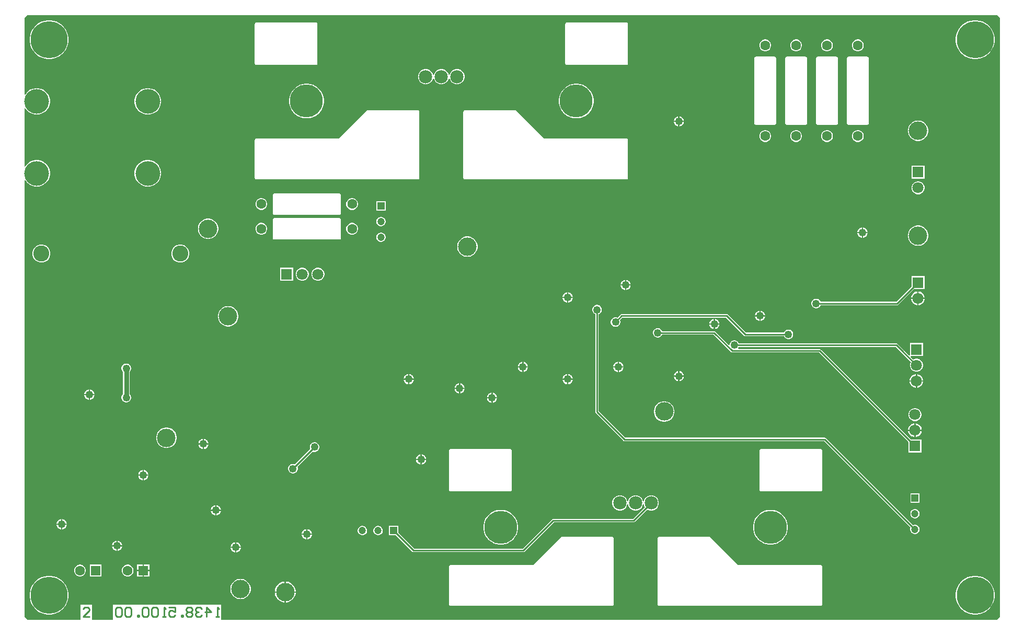
<source format=gbl>
G04*
G04 #@! TF.GenerationSoftware,Altium Limited,Altium Designer,23.6.0 (18)*
G04*
G04 Layer_Physical_Order=2*
G04 Layer_Color=16711680*
%FSLAX44Y44*%
%MOMM*%
G71*
G04*
G04 #@! TF.SameCoordinates,E2970A9F-EEAD-49D2-9432-5F25BFD95917*
G04*
G04*
G04 #@! TF.FilePolarity,Positive*
G04*
G01*
G75*
%ADD10C,0.2500*%
%ADD15C,0.2540*%
%ADD32C,1.6000*%
%ADD33C,5.3340*%
%ADD34C,2.1590*%
%ADD35R,1.6000X1.6000*%
%ADD36C,3.0000*%
%ADD37C,1.8000*%
%ADD38R,1.8000X1.8000*%
%ADD39C,2.6000*%
%ADD40C,6.0000*%
%ADD41C,4.0000*%
%ADD42R,1.8000X1.8000*%
%ADD43R,1.2000X1.2000*%
%ADD44C,1.2000*%
%ADD45R,1.2000X1.2000*%
%ADD46C,1.2500*%
%ADD47C,0.7500*%
G36*
X1590000Y985000D02*
Y15000D01*
X1585000Y10000D01*
X329788D01*
X329040Y10960D01*
X329040Y11270D01*
Y34275D01*
X153374D01*
Y11270D01*
X153374Y10960D01*
X152626Y10000D01*
X119945D01*
X119197Y10960D01*
X119197Y11270D01*
Y34275D01*
X100960D01*
Y11270D01*
X100960Y10960D01*
X100212Y10000D01*
X15000D01*
X10000Y15000D01*
Y722407D01*
X11270Y722792D01*
X13300Y719755D01*
X16295Y716760D01*
X19816Y714407D01*
X23729Y712786D01*
X27882Y711960D01*
X32118D01*
X36271Y712786D01*
X40184Y714407D01*
X43705Y716760D01*
X46700Y719755D01*
X49053Y723276D01*
X50674Y727189D01*
X51500Y731342D01*
Y735578D01*
X50674Y739731D01*
X49053Y743644D01*
X46700Y747165D01*
X43705Y750160D01*
X40184Y752513D01*
X36271Y754134D01*
X32118Y754960D01*
X27882D01*
X23729Y754134D01*
X19816Y752513D01*
X16295Y750160D01*
X13300Y747165D01*
X11270Y744128D01*
X10000Y744513D01*
Y838947D01*
X11270Y839332D01*
X13300Y836295D01*
X16295Y833300D01*
X19816Y830947D01*
X23729Y829326D01*
X27882Y828500D01*
X32118D01*
X36271Y829326D01*
X40184Y830947D01*
X43705Y833300D01*
X46700Y836295D01*
X49053Y839816D01*
X50674Y843729D01*
X51500Y847882D01*
Y852118D01*
X50674Y856271D01*
X49053Y860184D01*
X46700Y863705D01*
X43705Y866700D01*
X40184Y869053D01*
X36271Y870674D01*
X32118Y871500D01*
X27882D01*
X23729Y870674D01*
X19816Y869053D01*
X16295Y866700D01*
X13300Y863705D01*
X11270Y860668D01*
X10000Y861053D01*
Y985000D01*
X15000Y990000D01*
X1585000D01*
X1590000Y985000D01*
D02*
G37*
%LPC*%
G36*
X1361251Y950301D02*
X1358749D01*
X1356333Y949653D01*
X1354167Y948403D01*
X1352398Y946634D01*
X1351147Y944468D01*
X1350500Y942051D01*
Y939550D01*
X1351147Y937134D01*
X1352398Y934968D01*
X1354167Y933199D01*
X1356333Y931948D01*
X1358749Y931301D01*
X1361251D01*
X1363667Y931948D01*
X1365833Y933199D01*
X1367602Y934968D01*
X1368853Y937134D01*
X1369500Y939550D01*
Y942051D01*
X1368853Y944468D01*
X1367602Y946634D01*
X1365833Y948403D01*
X1363667Y949653D01*
X1361251Y950301D01*
D02*
G37*
G36*
X1311251D02*
X1308749D01*
X1306333Y949653D01*
X1304167Y948403D01*
X1302398Y946634D01*
X1301147Y944468D01*
X1300500Y942051D01*
Y939550D01*
X1301147Y937134D01*
X1302398Y934968D01*
X1304167Y933199D01*
X1306333Y931948D01*
X1308749Y931301D01*
X1311251D01*
X1313667Y931948D01*
X1315833Y933199D01*
X1317602Y934968D01*
X1318853Y937134D01*
X1319500Y939550D01*
Y942051D01*
X1318853Y944468D01*
X1317602Y946634D01*
X1315833Y948403D01*
X1313667Y949653D01*
X1311251Y950301D01*
D02*
G37*
G36*
X1261251D02*
X1258749D01*
X1256333Y949653D01*
X1254167Y948403D01*
X1252398Y946634D01*
X1251148Y944468D01*
X1250500Y942051D01*
Y939550D01*
X1251148Y937134D01*
X1252398Y934968D01*
X1254167Y933199D01*
X1256333Y931948D01*
X1258749Y931301D01*
X1261251D01*
X1263667Y931948D01*
X1265833Y933199D01*
X1267602Y934968D01*
X1268853Y937134D01*
X1269500Y939550D01*
Y942051D01*
X1268853Y944468D01*
X1267602Y946634D01*
X1265833Y948403D01*
X1263667Y949653D01*
X1261251Y950301D01*
D02*
G37*
G36*
X1211251D02*
X1208749D01*
X1206333Y949653D01*
X1204167Y948403D01*
X1202398Y946634D01*
X1201148Y944468D01*
X1200500Y942051D01*
Y939550D01*
X1201148Y937134D01*
X1202398Y934968D01*
X1204167Y933199D01*
X1206333Y931948D01*
X1208749Y931301D01*
X1211251D01*
X1213667Y931948D01*
X1215833Y933199D01*
X1217602Y934968D01*
X1218853Y937134D01*
X1219500Y939550D01*
Y942051D01*
X1218853Y944468D01*
X1217602Y946634D01*
X1215833Y948403D01*
X1213667Y949653D01*
X1211251Y950301D01*
D02*
G37*
G36*
X1552479Y981500D02*
X1547521D01*
X1542624Y980724D01*
X1537908Y979192D01*
X1533490Y976941D01*
X1529479Y974027D01*
X1525973Y970521D01*
X1523059Y966510D01*
X1520808Y962092D01*
X1519276Y957376D01*
X1518500Y952479D01*
Y947521D01*
X1519276Y942624D01*
X1520808Y937908D01*
X1523059Y933490D01*
X1525973Y929479D01*
X1529479Y925973D01*
X1533490Y923059D01*
X1537908Y920808D01*
X1542624Y919276D01*
X1547521Y918500D01*
X1552479D01*
X1557376Y919276D01*
X1562092Y920808D01*
X1566510Y923059D01*
X1570521Y925973D01*
X1574027Y929479D01*
X1576941Y933490D01*
X1579192Y937908D01*
X1580724Y942624D01*
X1581500Y947521D01*
Y952479D01*
X1580724Y957376D01*
X1579192Y962092D01*
X1576941Y966510D01*
X1574027Y970521D01*
X1570521Y974027D01*
X1566510Y976941D01*
X1562092Y979192D01*
X1557376Y980724D01*
X1552479Y981500D01*
D02*
G37*
G36*
X52479D02*
X47521D01*
X42624Y980724D01*
X37908Y979192D01*
X33490Y976941D01*
X29479Y974027D01*
X25973Y970521D01*
X23059Y966510D01*
X20808Y962092D01*
X19276Y957376D01*
X18500Y952479D01*
Y947521D01*
X19276Y942624D01*
X20808Y937908D01*
X23059Y933490D01*
X25973Y929479D01*
X29479Y925973D01*
X33490Y923059D01*
X37908Y920808D01*
X42624Y919276D01*
X47521Y918500D01*
X52479D01*
X57376Y919276D01*
X62092Y920808D01*
X66510Y923059D01*
X70521Y925973D01*
X74027Y929479D01*
X76941Y933490D01*
X79192Y937908D01*
X80724Y942624D01*
X81500Y947521D01*
Y952479D01*
X80724Y957376D01*
X79192Y962092D01*
X76941Y966510D01*
X74027Y970521D01*
X70521Y974027D01*
X66510Y976941D01*
X62092Y979192D01*
X57376Y980724D01*
X52479Y981500D01*
D02*
G37*
G36*
X985120Y977639D02*
X888600D01*
X887625Y977445D01*
X886798Y976892D01*
X886245Y976065D01*
X886051Y975090D01*
Y911590D01*
X886245Y910615D01*
X886798Y909788D01*
X887625Y909235D01*
X888600Y909041D01*
X985120D01*
X986095Y909235D01*
X986922Y909788D01*
X987475Y910615D01*
X987669Y911590D01*
Y975090D01*
X987475Y976065D01*
X986922Y976892D01*
X986095Y977445D01*
X985120Y977639D01*
D02*
G37*
G36*
X482200D02*
X385680D01*
X384705Y977445D01*
X383878Y976892D01*
X383325Y976065D01*
X383131Y975090D01*
Y911590D01*
X383325Y910615D01*
X383878Y909788D01*
X384705Y909235D01*
X385680Y909041D01*
X482200D01*
X483175Y909235D01*
X484002Y909788D01*
X484555Y910615D01*
X484749Y911590D01*
Y975090D01*
X484555Y976065D01*
X484002Y976892D01*
X483175Y977445D01*
X482200Y977639D01*
D02*
G37*
G36*
X712419Y902295D02*
X709181D01*
X706054Y901457D01*
X703251Y899838D01*
X700962Y897549D01*
X699343Y894746D01*
X698757Y892561D01*
X697443D01*
X696857Y894746D01*
X695238Y897549D01*
X692949Y899838D01*
X690146Y901457D01*
X687019Y902295D01*
X683781D01*
X680654Y901457D01*
X677851Y899838D01*
X675562Y897549D01*
X673943Y894746D01*
X673357Y892561D01*
X672043D01*
X671457Y894746D01*
X669838Y897549D01*
X667549Y899838D01*
X664746Y901457D01*
X661619Y902295D01*
X658381D01*
X655254Y901457D01*
X652451Y899838D01*
X650162Y897549D01*
X648543Y894746D01*
X647705Y891619D01*
Y888381D01*
X648543Y885254D01*
X650162Y882451D01*
X652451Y880162D01*
X655254Y878543D01*
X658381Y877705D01*
X661619D01*
X664746Y878543D01*
X667549Y880162D01*
X669838Y882451D01*
X671457Y885254D01*
X672043Y887439D01*
X673357D01*
X673943Y885254D01*
X675562Y882451D01*
X677851Y880162D01*
X680654Y878543D01*
X683781Y877705D01*
X687019D01*
X690146Y878543D01*
X692949Y880162D01*
X695238Y882451D01*
X696857Y885254D01*
X697443Y887439D01*
X698757D01*
X699343Y885254D01*
X700962Y882451D01*
X703251Y880162D01*
X706054Y878543D01*
X709181Y877705D01*
X712419D01*
X715546Y878543D01*
X718349Y880162D01*
X720638Y882451D01*
X722257Y885254D01*
X723095Y888381D01*
Y891619D01*
X722257Y894746D01*
X720638Y897549D01*
X718349Y899838D01*
X715546Y901457D01*
X712419Y902295D01*
D02*
G37*
G36*
X212118Y871500D02*
X207882D01*
X203729Y870674D01*
X199816Y869053D01*
X196295Y866700D01*
X193300Y863705D01*
X190947Y860184D01*
X189326Y856271D01*
X188500Y852118D01*
Y847882D01*
X189326Y843729D01*
X190947Y839816D01*
X193300Y836295D01*
X196295Y833300D01*
X199816Y830947D01*
X203729Y829326D01*
X207882Y828500D01*
X212118D01*
X216271Y829326D01*
X220184Y830947D01*
X223705Y833300D01*
X226700Y836295D01*
X229053Y839816D01*
X230674Y843729D01*
X231500Y847882D01*
Y852118D01*
X230674Y856271D01*
X229053Y860184D01*
X226700Y863705D01*
X223705Y866700D01*
X220184Y869053D01*
X216271Y870674D01*
X212118Y871500D01*
D02*
G37*
G36*
X906057Y878800D02*
X901623D01*
X897243Y878106D01*
X893027Y876736D01*
X889076Y874723D01*
X885489Y872117D01*
X882353Y868981D01*
X879747Y865394D01*
X877734Y861443D01*
X876364Y857226D01*
X875670Y852847D01*
Y848413D01*
X876364Y844034D01*
X877734Y839817D01*
X879747Y835866D01*
X882353Y832279D01*
X885489Y829143D01*
X889076Y826537D01*
X893027Y824524D01*
X897243Y823154D01*
X901623Y822460D01*
X906057D01*
X910436Y823154D01*
X914653Y824524D01*
X918604Y826537D01*
X922191Y829143D01*
X925327Y832279D01*
X927933Y835866D01*
X929946Y839817D01*
X931316Y844034D01*
X932010Y848413D01*
Y852847D01*
X931316Y857226D01*
X929946Y861443D01*
X927933Y865394D01*
X925327Y868981D01*
X922191Y872117D01*
X918604Y874723D01*
X914653Y876736D01*
X910436Y878106D01*
X906057Y878800D01*
D02*
G37*
G36*
X469177D02*
X464743D01*
X460364Y878106D01*
X456147Y876736D01*
X452196Y874723D01*
X448609Y872117D01*
X445473Y868981D01*
X442867Y865394D01*
X440854Y861443D01*
X439484Y857226D01*
X438790Y852847D01*
Y848413D01*
X439484Y844034D01*
X440854Y839817D01*
X442867Y835866D01*
X445473Y832279D01*
X448609Y829143D01*
X452196Y826537D01*
X456147Y824524D01*
X460364Y823154D01*
X464743Y822460D01*
X469177D01*
X473557Y823154D01*
X477774Y824524D01*
X481724Y826537D01*
X485312Y829143D01*
X488447Y832279D01*
X491053Y835866D01*
X493066Y839817D01*
X494436Y844034D01*
X495130Y848413D01*
Y852847D01*
X494436Y857226D01*
X493066Y861443D01*
X491053Y865394D01*
X488447Y868981D01*
X485312Y872117D01*
X481724Y874723D01*
X477774Y876736D01*
X473557Y878106D01*
X469177Y878800D01*
D02*
G37*
G36*
X1071086Y825750D02*
X1071000D01*
Y818500D01*
X1078250D01*
Y818586D01*
X1077688Y820684D01*
X1076602Y822566D01*
X1075066Y824102D01*
X1073184Y825188D01*
X1071086Y825750D01*
D02*
G37*
G36*
X1069000D02*
X1068914D01*
X1066816Y825188D01*
X1064934Y824102D01*
X1063398Y822566D01*
X1062312Y820684D01*
X1061750Y818586D01*
Y818500D01*
X1069000D01*
Y825750D01*
D02*
G37*
G36*
X1375000Y922350D02*
X1345000D01*
X1344025Y922156D01*
X1343198Y921603D01*
X1342645Y920776D01*
X1342451Y919801D01*
Y814801D01*
X1342645Y813825D01*
X1343198Y812998D01*
X1344025Y812446D01*
X1345000Y812252D01*
X1375000D01*
X1375975Y812446D01*
X1376802Y812998D01*
X1377355Y813825D01*
X1377549Y814801D01*
Y919801D01*
X1377355Y920776D01*
X1376802Y921603D01*
X1375975Y922156D01*
X1375000Y922350D01*
D02*
G37*
G36*
X1325000D02*
X1295000D01*
X1294025Y922156D01*
X1293198Y921603D01*
X1292645Y920776D01*
X1292451Y919801D01*
Y814801D01*
X1292645Y813825D01*
X1293198Y812998D01*
X1294025Y812446D01*
X1295000Y812252D01*
X1325000D01*
X1325975Y812446D01*
X1326802Y812998D01*
X1327355Y813825D01*
X1327549Y814801D01*
Y919801D01*
X1327355Y920776D01*
X1326802Y921603D01*
X1325975Y922156D01*
X1325000Y922350D01*
D02*
G37*
G36*
X1275000D02*
X1245000D01*
X1244025Y922156D01*
X1243198Y921603D01*
X1242645Y920776D01*
X1242451Y919801D01*
Y814801D01*
X1242645Y813825D01*
X1243198Y812998D01*
X1244025Y812446D01*
X1245000Y812252D01*
X1275000D01*
X1275975Y812446D01*
X1276802Y812998D01*
X1277355Y813825D01*
X1277549Y814801D01*
Y919801D01*
X1277355Y920776D01*
X1276802Y921603D01*
X1275975Y922156D01*
X1275000Y922350D01*
D02*
G37*
G36*
X1225000D02*
X1195000D01*
X1194025Y922156D01*
X1193198Y921603D01*
X1192645Y920776D01*
X1192451Y919801D01*
Y814801D01*
X1192645Y813825D01*
X1193198Y812998D01*
X1194025Y812446D01*
X1195000Y812252D01*
X1225000D01*
X1225975Y812446D01*
X1226802Y812998D01*
X1227355Y813825D01*
X1227549Y814801D01*
Y919801D01*
X1227355Y920776D01*
X1226802Y921603D01*
X1225975Y922156D01*
X1225000Y922350D01*
D02*
G37*
G36*
X1078250Y816500D02*
X1071000D01*
Y809250D01*
X1071086D01*
X1073184Y809812D01*
X1075066Y810898D01*
X1076602Y812434D01*
X1077688Y814316D01*
X1078250Y816414D01*
Y816500D01*
D02*
G37*
G36*
X1069000D02*
X1061750D01*
Y816414D01*
X1062312Y814316D01*
X1063398Y812434D01*
X1064934Y810898D01*
X1066816Y809812D01*
X1068914Y809250D01*
X1069000D01*
Y816500D01*
D02*
G37*
G36*
X1459125Y819000D02*
X1455875D01*
X1452687Y818366D01*
X1449684Y817122D01*
X1446982Y815316D01*
X1444684Y813018D01*
X1442878Y810316D01*
X1441634Y807313D01*
X1441000Y804125D01*
Y800875D01*
X1441634Y797687D01*
X1442878Y794684D01*
X1444684Y791982D01*
X1446982Y789684D01*
X1449684Y787878D01*
X1452687Y786634D01*
X1455875Y786000D01*
X1459125D01*
X1462313Y786634D01*
X1465316Y787878D01*
X1468018Y789684D01*
X1470316Y791982D01*
X1472122Y794684D01*
X1473366Y797687D01*
X1474000Y800875D01*
Y804125D01*
X1473366Y807313D01*
X1472122Y810316D01*
X1470316Y813018D01*
X1468018Y815316D01*
X1465316Y817122D01*
X1462313Y818366D01*
X1459125Y819000D01*
D02*
G37*
G36*
X1361251Y803301D02*
X1358749D01*
X1356333Y802653D01*
X1354167Y801403D01*
X1352398Y799634D01*
X1351147Y797468D01*
X1350500Y795051D01*
Y792550D01*
X1351147Y790134D01*
X1352398Y787968D01*
X1354167Y786199D01*
X1356333Y784948D01*
X1358749Y784301D01*
X1361251D01*
X1363667Y784948D01*
X1365833Y786199D01*
X1367602Y787968D01*
X1368853Y790134D01*
X1369500Y792550D01*
Y795051D01*
X1368853Y797468D01*
X1367602Y799634D01*
X1365833Y801403D01*
X1363667Y802653D01*
X1361251Y803301D01*
D02*
G37*
G36*
X1311251D02*
X1308749D01*
X1306333Y802653D01*
X1304167Y801403D01*
X1302398Y799634D01*
X1301147Y797468D01*
X1300500Y795051D01*
Y792550D01*
X1301147Y790134D01*
X1302398Y787968D01*
X1304167Y786199D01*
X1306333Y784948D01*
X1308749Y784301D01*
X1311251D01*
X1313667Y784948D01*
X1315833Y786199D01*
X1317602Y787968D01*
X1318853Y790134D01*
X1319500Y792550D01*
Y795051D01*
X1318853Y797468D01*
X1317602Y799634D01*
X1315833Y801403D01*
X1313667Y802653D01*
X1311251Y803301D01*
D02*
G37*
G36*
X1261251D02*
X1258749D01*
X1256333Y802653D01*
X1254167Y801403D01*
X1252398Y799634D01*
X1251148Y797468D01*
X1250500Y795051D01*
Y792550D01*
X1251148Y790134D01*
X1252398Y787968D01*
X1254167Y786199D01*
X1256333Y784948D01*
X1258749Y784301D01*
X1261251D01*
X1263667Y784948D01*
X1265833Y786199D01*
X1267602Y787968D01*
X1268853Y790134D01*
X1269500Y792550D01*
Y795051D01*
X1268853Y797468D01*
X1267602Y799634D01*
X1265833Y801403D01*
X1263667Y802653D01*
X1261251Y803301D01*
D02*
G37*
G36*
X1211251D02*
X1208749D01*
X1206333Y802653D01*
X1204167Y801403D01*
X1202398Y799634D01*
X1201148Y797468D01*
X1200500Y795051D01*
Y792550D01*
X1201148Y790134D01*
X1202398Y787968D01*
X1204167Y786199D01*
X1206333Y784948D01*
X1208749Y784301D01*
X1211251D01*
X1213667Y784948D01*
X1215833Y786199D01*
X1217602Y787968D01*
X1218853Y790134D01*
X1219500Y792550D01*
Y795051D01*
X1218853Y797468D01*
X1217602Y799634D01*
X1215833Y801403D01*
X1213667Y802653D01*
X1211251Y803301D01*
D02*
G37*
G36*
X1468000Y745900D02*
X1447000D01*
Y724900D01*
X1468000D01*
Y745900D01*
D02*
G37*
G36*
X804780Y835399D02*
X723500D01*
X722525Y835205D01*
X721698Y834652D01*
X721145Y833825D01*
X720951Y832850D01*
Y726170D01*
X721145Y725195D01*
X721698Y724368D01*
X722525Y723815D01*
X723500Y723621D01*
X985120D01*
X986095Y723815D01*
X986922Y724368D01*
X987475Y725195D01*
X987669Y726170D01*
Y787130D01*
X987475Y788105D01*
X986922Y788932D01*
X986095Y789485D01*
X985120Y789679D01*
X851556D01*
X806582Y834652D01*
X805755Y835205D01*
X804780Y835399D01*
D02*
G37*
G36*
X647300D02*
X566020D01*
X565045Y835205D01*
X564218Y834652D01*
X519244Y789679D01*
X385680D01*
X384705Y789485D01*
X383878Y788932D01*
X383325Y788105D01*
X383131Y787130D01*
Y726170D01*
X383325Y725195D01*
X383878Y724368D01*
X384705Y723815D01*
X385680Y723621D01*
X647300D01*
X648275Y723815D01*
X649102Y724368D01*
X649655Y725195D01*
X649849Y726170D01*
Y832850D01*
X649655Y833825D01*
X649102Y834652D01*
X648275Y835205D01*
X647300Y835399D01*
D02*
G37*
G36*
X212118Y754960D02*
X207882D01*
X203729Y754134D01*
X199816Y752513D01*
X196295Y750160D01*
X193300Y747165D01*
X190947Y743644D01*
X189326Y739731D01*
X188500Y735578D01*
Y731342D01*
X189326Y727189D01*
X190947Y723276D01*
X193300Y719755D01*
X196295Y716760D01*
X199816Y714407D01*
X203729Y712786D01*
X207882Y711960D01*
X212118D01*
X216271Y712786D01*
X220184Y714407D01*
X223705Y716760D01*
X226700Y719755D01*
X229053Y723276D01*
X230674Y727189D01*
X231500Y731342D01*
Y735578D01*
X230674Y739731D01*
X229053Y743644D01*
X226700Y747165D01*
X223705Y750160D01*
X220184Y752513D01*
X216271Y754134D01*
X212118Y754960D01*
D02*
G37*
G36*
X1458882Y720500D02*
X1456118D01*
X1453447Y719784D01*
X1451053Y718402D01*
X1449098Y716447D01*
X1447716Y714053D01*
X1447000Y711382D01*
Y708618D01*
X1447716Y705947D01*
X1449098Y703553D01*
X1451053Y701598D01*
X1453447Y700216D01*
X1456118Y699500D01*
X1458882D01*
X1461553Y700216D01*
X1463947Y701598D01*
X1465902Y703553D01*
X1467284Y705947D01*
X1468000Y708618D01*
Y711382D01*
X1467284Y714053D01*
X1465902Y716447D01*
X1463947Y718402D01*
X1461553Y719784D01*
X1458882Y720500D01*
D02*
G37*
G36*
X542051Y693098D02*
X539550D01*
X537134Y692451D01*
X534968Y691200D01*
X533199Y689431D01*
X531948Y687265D01*
X531301Y684849D01*
Y682347D01*
X531948Y679931D01*
X533199Y677765D01*
X534968Y675996D01*
X537134Y674745D01*
X539550Y674098D01*
X542051D01*
X544468Y674745D01*
X546634Y675996D01*
X548403Y677765D01*
X549653Y679931D01*
X550301Y682347D01*
Y684849D01*
X549653Y687265D01*
X548403Y689431D01*
X546634Y691200D01*
X544468Y692451D01*
X542051Y693098D01*
D02*
G37*
G36*
X395051D02*
X392550D01*
X390134Y692451D01*
X387968Y691200D01*
X386199Y689431D01*
X384948Y687265D01*
X384301Y684849D01*
Y682347D01*
X384948Y679931D01*
X386199Y677765D01*
X387968Y675996D01*
X390134Y674745D01*
X392550Y674098D01*
X395051D01*
X397468Y674745D01*
X399634Y675996D01*
X401403Y677765D01*
X402653Y679931D01*
X403301Y682347D01*
Y684849D01*
X402653Y687265D01*
X401403Y689431D01*
X399634Y691200D01*
X397468Y692451D01*
X395051Y693098D01*
D02*
G37*
G36*
X595000Y688300D02*
X580000D01*
Y673300D01*
X595000D01*
Y688300D01*
D02*
G37*
G36*
X519801Y701147D02*
X414801D01*
X413825Y700953D01*
X412998Y700400D01*
X412446Y699574D01*
X412252Y698598D01*
Y668598D01*
X412446Y667623D01*
X412998Y666796D01*
X413825Y666243D01*
X414801Y666049D01*
X519801D01*
X520776Y666243D01*
X521603Y666796D01*
X522156Y667623D01*
X522350Y668598D01*
Y698598D01*
X522156Y699574D01*
X521603Y700400D01*
X520776Y700953D01*
X519801Y701147D01*
D02*
G37*
G36*
X588487Y662900D02*
X586513D01*
X584605Y662389D01*
X582895Y661402D01*
X581498Y660005D01*
X580511Y658295D01*
X580000Y656387D01*
Y654413D01*
X580511Y652505D01*
X581498Y650795D01*
X582895Y649398D01*
X584605Y648411D01*
X586513Y647900D01*
X588487D01*
X590395Y648411D01*
X592105Y649398D01*
X593502Y650795D01*
X594489Y652505D01*
X595000Y654413D01*
Y656387D01*
X594489Y658295D01*
X593502Y660005D01*
X592105Y661402D01*
X590395Y662389D01*
X588487Y662900D01*
D02*
G37*
G36*
X1368688Y645750D02*
X1368602D01*
Y638500D01*
X1375852D01*
Y638586D01*
X1375290Y640684D01*
X1374203Y642566D01*
X1372668Y644102D01*
X1370786Y645188D01*
X1368688Y645750D01*
D02*
G37*
G36*
X1366602D02*
X1366516D01*
X1364418Y645188D01*
X1362536Y644102D01*
X1361000Y642566D01*
X1359914Y640684D01*
X1359352Y638586D01*
Y638500D01*
X1366602D01*
Y645750D01*
D02*
G37*
G36*
X542051Y653098D02*
X539550D01*
X537134Y652451D01*
X534968Y651200D01*
X533199Y649431D01*
X531948Y647265D01*
X531301Y644849D01*
Y642347D01*
X531948Y639931D01*
X533199Y637765D01*
X534968Y635996D01*
X537134Y634745D01*
X539550Y634098D01*
X542051D01*
X544468Y634745D01*
X546634Y635996D01*
X548403Y637765D01*
X549653Y639931D01*
X550301Y642347D01*
Y644849D01*
X549653Y647265D01*
X548403Y649431D01*
X546634Y651200D01*
X544468Y652451D01*
X542051Y653098D01*
D02*
G37*
G36*
X395051D02*
X392550D01*
X390134Y652451D01*
X387968Y651200D01*
X386199Y649431D01*
X384948Y647265D01*
X384301Y644849D01*
Y642347D01*
X384948Y639931D01*
X386199Y637765D01*
X387968Y635996D01*
X390134Y634745D01*
X392550Y634098D01*
X395051D01*
X397468Y634745D01*
X399634Y635996D01*
X401403Y637765D01*
X402653Y639931D01*
X403301Y642347D01*
Y644849D01*
X402653Y647265D01*
X401403Y649431D01*
X399634Y651200D01*
X397468Y652451D01*
X395051Y653098D01*
D02*
G37*
G36*
X1375852Y636500D02*
X1368602D01*
Y629250D01*
X1368688D01*
X1370786Y629812D01*
X1372668Y630898D01*
X1374203Y632434D01*
X1375290Y634316D01*
X1375852Y636414D01*
Y636500D01*
D02*
G37*
G36*
X1366602D02*
X1359352D01*
Y636414D01*
X1359914Y634316D01*
X1361000Y632434D01*
X1362536Y630898D01*
X1364418Y629812D01*
X1366516Y629250D01*
X1366602D01*
Y636500D01*
D02*
G37*
G36*
X309125Y660098D02*
X305875D01*
X302687Y659464D01*
X299684Y658220D01*
X296982Y656414D01*
X294684Y654116D01*
X292878Y651414D01*
X291634Y648411D01*
X291000Y645223D01*
Y641973D01*
X291634Y638785D01*
X292878Y635782D01*
X294684Y633080D01*
X296982Y630782D01*
X299684Y628976D01*
X302687Y627732D01*
X305875Y627098D01*
X309125D01*
X312313Y627732D01*
X315316Y628976D01*
X318018Y630782D01*
X320316Y633080D01*
X322122Y635782D01*
X323366Y638785D01*
X324000Y641973D01*
Y645223D01*
X323366Y648411D01*
X322122Y651414D01*
X320316Y654116D01*
X318018Y656414D01*
X315316Y658220D01*
X312313Y659464D01*
X309125Y660098D01*
D02*
G37*
G36*
X519801Y661147D02*
X414801D01*
X413825Y660953D01*
X412998Y660400D01*
X412446Y659574D01*
X412252Y658598D01*
Y628598D01*
X412446Y627623D01*
X412998Y626796D01*
X413825Y626243D01*
X414801Y626049D01*
X519801D01*
X520776Y626243D01*
X521603Y626796D01*
X522156Y627623D01*
X522350Y628598D01*
Y658598D01*
X522156Y659574D01*
X521603Y660400D01*
X520776Y660953D01*
X519801Y661147D01*
D02*
G37*
G36*
X588437Y637500D02*
X586463D01*
X584555Y636989D01*
X582845Y636002D01*
X581449Y634605D01*
X580461Y632895D01*
X579950Y630987D01*
Y629013D01*
X580461Y627105D01*
X581449Y625395D01*
X582845Y623998D01*
X584555Y623011D01*
X586463Y622500D01*
X588437D01*
X590345Y623011D01*
X592055Y623998D01*
X593451Y625395D01*
X594439Y627105D01*
X594950Y629013D01*
Y630987D01*
X594439Y632895D01*
X593451Y634605D01*
X592055Y636002D01*
X590345Y636989D01*
X588437Y637500D01*
D02*
G37*
G36*
X1459125Y649000D02*
X1455875D01*
X1452687Y648366D01*
X1449684Y647122D01*
X1446982Y645316D01*
X1444684Y643018D01*
X1442878Y640316D01*
X1441634Y637313D01*
X1441000Y634125D01*
Y630875D01*
X1441634Y627687D01*
X1442878Y624684D01*
X1444684Y621982D01*
X1446982Y619684D01*
X1449684Y617878D01*
X1452687Y616634D01*
X1455875Y616000D01*
X1459125D01*
X1462313Y616634D01*
X1465316Y617878D01*
X1468018Y619684D01*
X1470316Y621982D01*
X1472122Y624684D01*
X1473366Y627687D01*
X1474000Y630875D01*
Y634125D01*
X1473366Y637313D01*
X1472122Y640316D01*
X1470316Y643018D01*
X1468018Y645316D01*
X1465316Y647122D01*
X1462313Y648366D01*
X1459125Y649000D01*
D02*
G37*
G36*
X729125Y631109D02*
X725875D01*
X722687Y630475D01*
X719684Y629231D01*
X716982Y627426D01*
X714684Y625127D01*
X712878Y622425D01*
X711634Y619422D01*
X711000Y616234D01*
Y612984D01*
X711634Y609796D01*
X712878Y606794D01*
X714684Y604091D01*
X716982Y601793D01*
X719684Y599987D01*
X722687Y598743D01*
X725875Y598109D01*
X729125D01*
X732313Y598743D01*
X735316Y599987D01*
X738018Y601793D01*
X740316Y604091D01*
X742122Y606794D01*
X743366Y609796D01*
X744000Y612984D01*
Y616234D01*
X743366Y619422D01*
X742122Y622425D01*
X740316Y625127D01*
X738018Y627426D01*
X735316Y629231D01*
X732313Y630475D01*
X729125Y631109D01*
D02*
G37*
G36*
X264409Y617960D02*
X260591D01*
X256903Y616972D01*
X253597Y615063D01*
X250897Y612363D01*
X248988Y609057D01*
X248000Y605369D01*
Y601551D01*
X248988Y597863D01*
X250897Y594557D01*
X253597Y591857D01*
X256903Y589948D01*
X260591Y588960D01*
X264409D01*
X268097Y589948D01*
X271403Y591857D01*
X274103Y594557D01*
X276012Y597863D01*
X277000Y601551D01*
Y605369D01*
X276012Y609057D01*
X274103Y612363D01*
X271403Y615063D01*
X268097Y616972D01*
X264409Y617960D01*
D02*
G37*
G36*
X39409D02*
X35591D01*
X31903Y616972D01*
X28597Y615063D01*
X25897Y612363D01*
X23988Y609057D01*
X23000Y605369D01*
Y601551D01*
X23988Y597863D01*
X25897Y594557D01*
X28597Y591857D01*
X31903Y589948D01*
X35591Y588960D01*
X39409D01*
X43097Y589948D01*
X46403Y591857D01*
X49103Y594557D01*
X51012Y597863D01*
X52000Y601551D01*
Y605369D01*
X51012Y609057D01*
X49103Y612363D01*
X46403Y615063D01*
X43097Y616972D01*
X39409Y617960D01*
D02*
G37*
G36*
X486782Y580500D02*
X484018D01*
X481347Y579784D01*
X478953Y578402D01*
X476998Y576447D01*
X475616Y574053D01*
X474900Y571382D01*
Y568618D01*
X475616Y565947D01*
X476998Y563553D01*
X478953Y561598D01*
X481347Y560216D01*
X484018Y559500D01*
X486782D01*
X489453Y560216D01*
X491847Y561598D01*
X493802Y563553D01*
X495184Y565947D01*
X495900Y568618D01*
Y571382D01*
X495184Y574053D01*
X493802Y576447D01*
X491847Y578402D01*
X489453Y579784D01*
X486782Y580500D01*
D02*
G37*
G36*
X461382D02*
X458618D01*
X455947Y579784D01*
X453553Y578402D01*
X451598Y576447D01*
X450216Y574053D01*
X449500Y571382D01*
Y568618D01*
X450216Y565947D01*
X451598Y563553D01*
X453553Y561598D01*
X455947Y560216D01*
X458618Y559500D01*
X461382D01*
X464053Y560216D01*
X466447Y561598D01*
X468402Y563553D01*
X469784Y565947D01*
X470500Y568618D01*
Y571382D01*
X469784Y574053D01*
X468402Y576447D01*
X466447Y578402D01*
X464053Y579784D01*
X461382Y580500D01*
D02*
G37*
G36*
X445100D02*
X424100D01*
Y559500D01*
X445100D01*
Y580500D01*
D02*
G37*
G36*
X984805Y560750D02*
X984719D01*
Y553500D01*
X991969D01*
Y553586D01*
X991407Y555684D01*
X990321Y557566D01*
X988785Y559102D01*
X986904Y560188D01*
X984805Y560750D01*
D02*
G37*
G36*
X982719D02*
X982633D01*
X980535Y560188D01*
X978653Y559102D01*
X977117Y557566D01*
X976031Y555684D01*
X975469Y553586D01*
Y553500D01*
X982719D01*
Y560750D01*
D02*
G37*
G36*
X991969Y551500D02*
X984719D01*
Y544250D01*
X984805D01*
X986904Y544812D01*
X988785Y545898D01*
X990321Y547434D01*
X991407Y549316D01*
X991969Y551414D01*
Y551500D01*
D02*
G37*
G36*
X982719D02*
X975469D01*
Y551414D01*
X976031Y549316D01*
X977117Y547434D01*
X978653Y545898D01*
X980535Y544812D01*
X982633Y544250D01*
X982719D01*
Y551500D01*
D02*
G37*
G36*
X891086Y540750D02*
X891000D01*
Y533500D01*
X898250D01*
Y533586D01*
X897688Y535684D01*
X896602Y537566D01*
X895066Y539102D01*
X893184Y540188D01*
X891086Y540750D01*
D02*
G37*
G36*
X889000D02*
X888914D01*
X886816Y540188D01*
X884934Y539102D01*
X883398Y537566D01*
X882312Y535684D01*
X881750Y533586D01*
Y533500D01*
X889000D01*
Y540750D01*
D02*
G37*
G36*
X1458948Y542100D02*
X1458500D01*
Y532100D01*
X1468500D01*
Y532548D01*
X1467750Y535346D01*
X1466302Y537854D01*
X1464254Y539902D01*
X1461746Y541350D01*
X1458948Y542100D01*
D02*
G37*
G36*
X1456500D02*
X1456052D01*
X1453254Y541350D01*
X1450746Y539902D01*
X1448698Y537854D01*
X1447250Y535346D01*
X1446500Y532548D01*
Y532100D01*
X1456500D01*
Y542100D01*
D02*
G37*
G36*
X1468000Y567000D02*
X1447000D01*
Y549965D01*
X1422339Y525304D01*
X1299772D01*
X1299722Y525491D01*
X1298702Y527259D01*
X1297259Y528702D01*
X1295491Y529722D01*
X1293520Y530250D01*
X1291480D01*
X1289509Y529722D01*
X1287741Y528702D01*
X1286299Y527259D01*
X1285278Y525491D01*
X1284750Y523520D01*
Y521480D01*
X1285278Y519509D01*
X1286299Y517741D01*
X1287741Y516298D01*
X1289509Y515278D01*
X1291480Y514750D01*
X1293520D01*
X1295491Y515278D01*
X1297259Y516298D01*
X1298702Y517741D01*
X1299722Y519509D01*
X1299772Y519696D01*
X1423500D01*
X1424573Y519910D01*
X1425483Y520517D01*
X1450965Y546000D01*
X1468000D01*
Y567000D01*
D02*
G37*
G36*
X898250Y531500D02*
X891000D01*
Y524250D01*
X891086D01*
X893184Y524812D01*
X895066Y525898D01*
X896602Y527434D01*
X897688Y529316D01*
X898250Y531414D01*
Y531500D01*
D02*
G37*
G36*
X889000D02*
X881750D01*
Y531414D01*
X882312Y529316D01*
X883398Y527434D01*
X884934Y525898D01*
X886816Y524812D01*
X888914Y524250D01*
X889000D01*
Y531500D01*
D02*
G37*
G36*
X1468500Y530100D02*
X1458500D01*
Y520100D01*
X1458948D01*
X1461746Y520850D01*
X1464254Y522298D01*
X1466302Y524346D01*
X1467750Y526854D01*
X1468500Y529652D01*
Y530100D01*
D02*
G37*
G36*
X1456500D02*
X1446500D01*
Y529652D01*
X1447250Y526854D01*
X1448698Y524346D01*
X1450746Y522298D01*
X1453254Y520850D01*
X1456052Y520100D01*
X1456500D01*
Y530100D01*
D02*
G37*
G36*
X1202484Y510750D02*
X1202398D01*
Y503500D01*
X1209648D01*
Y503586D01*
X1209085Y505684D01*
X1207999Y507566D01*
X1206463Y509102D01*
X1204582Y510188D01*
X1202484Y510750D01*
D02*
G37*
G36*
X1200398D02*
X1200312D01*
X1198213Y510188D01*
X1196332Y509102D01*
X1194796Y507566D01*
X1193710Y505684D01*
X1193148Y503586D01*
Y503500D01*
X1200398D01*
Y510750D01*
D02*
G37*
G36*
X1147500Y505304D02*
X977500D01*
X976427Y505090D01*
X975517Y504483D01*
X970659Y499625D01*
X970491Y499722D01*
X968520Y500250D01*
X966480D01*
X964509Y499722D01*
X962741Y498702D01*
X961299Y497259D01*
X960278Y495491D01*
X959750Y493520D01*
Y491480D01*
X960278Y489509D01*
X961299Y487741D01*
X962741Y486298D01*
X964509Y485278D01*
X966480Y484750D01*
X968520D01*
X970491Y485278D01*
X972259Y486298D01*
X973701Y487741D01*
X974722Y489509D01*
X975250Y491480D01*
Y493520D01*
X974722Y495491D01*
X974625Y495659D01*
X978661Y499696D01*
X1146339D01*
X1175517Y470517D01*
X1176427Y469910D01*
X1177500Y469696D01*
X1240228D01*
X1240278Y469509D01*
X1241299Y467741D01*
X1242741Y466298D01*
X1244509Y465278D01*
X1246480Y464750D01*
X1248520D01*
X1250491Y465278D01*
X1252259Y466298D01*
X1253701Y467741D01*
X1254722Y469509D01*
X1255250Y471480D01*
Y473520D01*
X1254722Y475491D01*
X1253701Y477259D01*
X1252259Y478702D01*
X1250491Y479722D01*
X1248520Y480250D01*
X1246480D01*
X1244509Y479722D01*
X1242741Y478702D01*
X1241299Y477259D01*
X1240278Y475491D01*
X1240228Y475304D01*
X1178661D01*
X1149483Y504483D01*
X1148573Y505090D01*
X1147500Y505304D01*
D02*
G37*
G36*
X1209648Y501500D02*
X1202398D01*
Y494250D01*
X1202484D01*
X1204582Y494812D01*
X1206463Y495898D01*
X1207999Y497434D01*
X1209085Y499316D01*
X1209648Y501414D01*
Y501500D01*
D02*
G37*
G36*
X1200398D02*
X1193148D01*
Y501414D01*
X1193710Y499316D01*
X1194796Y497434D01*
X1196332Y495898D01*
X1198213Y494812D01*
X1200312Y494250D01*
X1200398D01*
Y501500D01*
D02*
G37*
G36*
X1128586Y497759D02*
X1128500D01*
Y490509D01*
X1135750D01*
Y490595D01*
X1135188Y492693D01*
X1134102Y494574D01*
X1132566Y496110D01*
X1130684Y497196D01*
X1128586Y497759D01*
D02*
G37*
G36*
X1126500D02*
X1126414D01*
X1124316Y497196D01*
X1122434Y496110D01*
X1120898Y494574D01*
X1119812Y492693D01*
X1119250Y490595D01*
Y490509D01*
X1126500D01*
Y497759D01*
D02*
G37*
G36*
X341625Y518285D02*
X338375D01*
X335187Y517651D01*
X332184Y516408D01*
X329482Y514602D01*
X327184Y512304D01*
X325378Y509601D01*
X324134Y506598D01*
X323500Y503411D01*
Y500160D01*
X324134Y496973D01*
X325378Y493970D01*
X327184Y491267D01*
X329482Y488969D01*
X332184Y487163D01*
X335187Y485920D01*
X338375Y485285D01*
X341625D01*
X344813Y485920D01*
X347816Y487163D01*
X350518Y488969D01*
X352816Y491267D01*
X354622Y493970D01*
X355866Y496973D01*
X356500Y500160D01*
Y503411D01*
X355866Y506598D01*
X354622Y509601D01*
X352816Y512304D01*
X350518Y514602D01*
X347816Y516408D01*
X344813Y517651D01*
X341625Y518285D01*
D02*
G37*
G36*
X1135750Y488509D02*
X1128500D01*
Y481259D01*
X1128586D01*
X1130684Y481821D01*
X1132566Y482907D01*
X1134102Y484443D01*
X1135188Y486324D01*
X1135750Y488423D01*
Y488509D01*
D02*
G37*
G36*
X1126500D02*
X1119250D01*
Y488423D01*
X1119812Y486324D01*
X1120898Y484443D01*
X1122434Y482907D01*
X1124316Y481821D01*
X1126414Y481259D01*
X1126500D01*
Y488509D01*
D02*
G37*
G36*
X973345Y428250D02*
X973259D01*
Y421000D01*
X980509D01*
Y421086D01*
X979946Y423184D01*
X978860Y425066D01*
X977324Y426602D01*
X975443Y427688D01*
X973345Y428250D01*
D02*
G37*
G36*
X971259D02*
X971172D01*
X969074Y427688D01*
X967193Y426602D01*
X965657Y425066D01*
X964571Y423184D01*
X964009Y421086D01*
Y421000D01*
X971259D01*
Y428250D01*
D02*
G37*
G36*
X818586D02*
X818500D01*
Y421000D01*
X825750D01*
Y421086D01*
X825188Y423184D01*
X824102Y425066D01*
X822566Y426602D01*
X820684Y427688D01*
X818586Y428250D01*
D02*
G37*
G36*
X816500D02*
X816414D01*
X814316Y427688D01*
X812434Y426602D01*
X810898Y425066D01*
X809812Y423184D01*
X809250Y421086D01*
Y421000D01*
X816500D01*
Y428250D01*
D02*
G37*
G36*
X1036752Y482750D02*
X1034712D01*
X1032740Y482222D01*
X1030973Y481202D01*
X1029530Y479759D01*
X1028510Y477991D01*
X1027982Y476020D01*
Y473980D01*
X1028510Y472009D01*
X1029530Y470241D01*
X1030973Y468798D01*
X1032740Y467778D01*
X1034712Y467250D01*
X1036752D01*
X1038723Y467778D01*
X1040490Y468798D01*
X1041933Y470241D01*
X1042954Y472009D01*
X1043004Y472196D01*
X1126111D01*
X1154289Y444017D01*
X1155199Y443410D01*
X1156272Y443196D01*
X1297039D01*
X1442000Y298235D01*
Y281200D01*
X1463000D01*
Y302200D01*
X1445965D01*
X1300183Y447983D01*
X1299273Y448590D01*
X1298200Y448804D01*
X1166423D01*
X1165937Y449977D01*
X1166201Y450241D01*
X1167222Y452009D01*
X1167272Y452196D01*
X1421339D01*
X1428017Y445517D01*
X1428017Y445517D01*
X1445862Y427673D01*
X1445216Y426553D01*
X1444500Y423882D01*
Y421118D01*
X1445216Y418447D01*
X1446598Y416053D01*
X1448553Y414098D01*
X1450947Y412716D01*
X1453618Y412000D01*
X1456382D01*
X1459053Y412716D01*
X1461447Y414098D01*
X1463402Y416053D01*
X1464784Y418447D01*
X1465500Y421118D01*
Y423882D01*
X1464784Y426553D01*
X1463402Y428947D01*
X1461447Y430902D01*
X1459053Y432284D01*
X1456382Y433000D01*
X1453618D01*
X1450947Y432284D01*
X1449827Y431638D01*
X1445335Y436130D01*
X1445861Y437400D01*
X1465500D01*
Y458400D01*
X1444500D01*
Y438761D01*
X1443230Y438235D01*
X1431983Y449482D01*
X1431983Y449483D01*
X1424483Y456983D01*
X1423573Y457590D01*
X1422500Y457804D01*
X1167272D01*
X1167222Y457991D01*
X1166201Y459759D01*
X1164759Y461202D01*
X1162991Y462222D01*
X1161020Y462750D01*
X1158980D01*
X1157009Y462222D01*
X1155241Y461202D01*
X1153799Y459759D01*
X1152778Y457991D01*
X1152250Y456020D01*
Y455647D01*
X1151077Y455161D01*
X1129255Y476983D01*
X1128345Y477590D01*
X1127272Y477804D01*
X1043004D01*
X1042954Y477991D01*
X1041933Y479759D01*
X1040490Y481202D01*
X1038723Y482222D01*
X1036752Y482750D01*
D02*
G37*
G36*
X980509Y419000D02*
X973259D01*
Y411750D01*
X973345D01*
X975443Y412312D01*
X977324Y413398D01*
X978860Y414934D01*
X979946Y416816D01*
X980509Y418914D01*
Y419000D01*
D02*
G37*
G36*
X971259D02*
X964009D01*
Y418914D01*
X964571Y416816D01*
X965657Y414934D01*
X967193Y413398D01*
X969074Y412312D01*
X971172Y411750D01*
X971259D01*
Y419000D01*
D02*
G37*
G36*
X825750D02*
X818500D01*
Y411750D01*
X818586D01*
X820684Y412312D01*
X822566Y413398D01*
X824102Y414934D01*
X825188Y416816D01*
X825750Y418914D01*
Y419000D01*
D02*
G37*
G36*
X816500D02*
X809250D01*
Y418914D01*
X809812Y416816D01*
X810898Y414934D01*
X812434Y413398D01*
X814316Y412312D01*
X816414Y411750D01*
X816500D01*
Y419000D01*
D02*
G37*
G36*
X1071086Y413250D02*
X1071000D01*
Y406000D01*
X1078250D01*
Y406086D01*
X1077688Y408184D01*
X1076602Y410066D01*
X1075066Y411602D01*
X1073184Y412688D01*
X1071086Y413250D01*
D02*
G37*
G36*
X1069000D02*
X1068914D01*
X1066816Y412688D01*
X1064934Y411602D01*
X1063398Y410066D01*
X1062312Y408184D01*
X1061750Y406086D01*
Y406000D01*
X1069000D01*
Y413250D01*
D02*
G37*
G36*
X891086Y408250D02*
X891000D01*
Y401000D01*
X898250D01*
Y401086D01*
X897688Y403184D01*
X896602Y405066D01*
X895066Y406602D01*
X893184Y407688D01*
X891086Y408250D01*
D02*
G37*
G36*
X889000D02*
X888914D01*
X886816Y407688D01*
X884934Y406602D01*
X883398Y405066D01*
X882312Y403184D01*
X881750Y401086D01*
Y401000D01*
X889000D01*
Y408250D01*
D02*
G37*
G36*
X633481D02*
X633395D01*
Y401000D01*
X640645D01*
Y401086D01*
X640083Y403184D01*
X638997Y405066D01*
X637461Y406602D01*
X635579Y407688D01*
X633481Y408250D01*
D02*
G37*
G36*
X631395D02*
X631309D01*
X629211Y407688D01*
X627329Y406602D01*
X625793Y405066D01*
X624707Y403184D01*
X624145Y401086D01*
Y401000D01*
X631395D01*
Y408250D01*
D02*
G37*
G36*
X1456448Y408100D02*
X1456000D01*
Y398100D01*
X1466000D01*
Y398548D01*
X1465250Y401346D01*
X1463802Y403854D01*
X1461754Y405902D01*
X1459246Y407350D01*
X1456448Y408100D01*
D02*
G37*
G36*
X1454000D02*
X1453552D01*
X1450754Y407350D01*
X1448246Y405902D01*
X1446198Y403854D01*
X1444750Y401346D01*
X1444000Y398548D01*
Y398100D01*
X1454000D01*
Y408100D01*
D02*
G37*
G36*
X1078250Y404000D02*
X1071000D01*
Y396750D01*
X1071086D01*
X1073184Y397312D01*
X1075066Y398398D01*
X1076602Y399934D01*
X1077688Y401816D01*
X1078250Y403914D01*
Y404000D01*
D02*
G37*
G36*
X1069000D02*
X1061750D01*
Y403914D01*
X1062312Y401816D01*
X1063398Y399934D01*
X1064934Y398398D01*
X1066816Y397312D01*
X1068914Y396750D01*
X1069000D01*
Y404000D01*
D02*
G37*
G36*
X898250Y399000D02*
X891000D01*
Y391750D01*
X891086D01*
X893184Y392312D01*
X895066Y393398D01*
X896602Y394934D01*
X897688Y396816D01*
X898250Y398914D01*
Y399000D01*
D02*
G37*
G36*
X889000D02*
X881750D01*
Y398914D01*
X882312Y396816D01*
X883398Y394934D01*
X884934Y393398D01*
X886816Y392312D01*
X888914Y391750D01*
X889000D01*
Y399000D01*
D02*
G37*
G36*
X640645D02*
X633395D01*
Y391750D01*
X633481D01*
X635579Y392312D01*
X637461Y393398D01*
X638997Y394934D01*
X640083Y396816D01*
X640645Y398914D01*
Y399000D01*
D02*
G37*
G36*
X631395D02*
X624145D01*
Y398914D01*
X624707Y396816D01*
X625793Y394934D01*
X627329Y393398D01*
X629211Y392312D01*
X631309Y391750D01*
X631395D01*
Y399000D01*
D02*
G37*
G36*
X1466000Y396100D02*
X1456000D01*
Y386100D01*
X1456448D01*
X1459246Y386850D01*
X1461754Y388298D01*
X1463802Y390346D01*
X1465250Y392854D01*
X1466000Y395652D01*
Y396100D01*
D02*
G37*
G36*
X1454000D02*
X1444000D01*
Y395652D01*
X1444750Y392854D01*
X1446198Y390346D01*
X1448246Y388298D01*
X1450754Y386850D01*
X1453552Y386100D01*
X1454000D01*
Y396100D01*
D02*
G37*
G36*
X716086Y393250D02*
X716000D01*
Y386000D01*
X723250D01*
Y386086D01*
X722688Y388184D01*
X721602Y390066D01*
X720066Y391602D01*
X718184Y392688D01*
X716086Y393250D01*
D02*
G37*
G36*
X714000D02*
X713914D01*
X711816Y392688D01*
X709934Y391602D01*
X708398Y390066D01*
X707312Y388184D01*
X706750Y386086D01*
Y386000D01*
X714000D01*
Y393250D01*
D02*
G37*
G36*
X723250Y384000D02*
X716000D01*
Y376750D01*
X716086D01*
X718184Y377312D01*
X720066Y378398D01*
X721602Y379934D01*
X722688Y381816D01*
X723250Y383914D01*
Y384000D01*
D02*
G37*
G36*
X714000D02*
X706750D01*
Y383914D01*
X707312Y381816D01*
X708398Y379934D01*
X709934Y378398D01*
X711816Y377312D01*
X713914Y376750D01*
X714000D01*
Y384000D01*
D02*
G37*
G36*
X116458Y383250D02*
X116372D01*
Y376000D01*
X123622D01*
Y376086D01*
X123060Y378184D01*
X121974Y380066D01*
X120438Y381602D01*
X118556Y382688D01*
X116458Y383250D01*
D02*
G37*
G36*
X114372D02*
X114286D01*
X112188Y382688D01*
X110306Y381602D01*
X108770Y380066D01*
X107684Y378184D01*
X107122Y376086D01*
Y376000D01*
X114372D01*
Y383250D01*
D02*
G37*
G36*
X768586Y378250D02*
X768500D01*
Y371000D01*
X775750D01*
Y371086D01*
X775188Y373184D01*
X774102Y375066D01*
X772566Y376602D01*
X770684Y377688D01*
X768586Y378250D01*
D02*
G37*
G36*
X766500D02*
X766414D01*
X764316Y377688D01*
X762434Y376602D01*
X760898Y375066D01*
X759812Y373184D01*
X759250Y371086D01*
Y371000D01*
X766500D01*
Y378250D01*
D02*
G37*
G36*
X123622Y374000D02*
X116372D01*
Y366750D01*
X116458D01*
X118556Y367312D01*
X120438Y368398D01*
X121974Y369934D01*
X123060Y371816D01*
X123622Y373914D01*
Y374000D01*
D02*
G37*
G36*
X114372D02*
X107122D01*
Y373914D01*
X107684Y371816D01*
X108770Y369934D01*
X110306Y368398D01*
X112188Y367312D01*
X114286Y366750D01*
X114372D01*
Y374000D01*
D02*
G37*
G36*
X176020Y425250D02*
X173980D01*
X172009Y424722D01*
X170241Y423702D01*
X168799Y422259D01*
X167778Y420491D01*
X167250Y418520D01*
Y416480D01*
X167778Y414509D01*
X168799Y412741D01*
X169647Y411893D01*
Y375607D01*
X168799Y374759D01*
X167778Y372991D01*
X167250Y371020D01*
Y368980D01*
X167778Y367009D01*
X168799Y365241D01*
X170241Y363798D01*
X172009Y362778D01*
X173980Y362250D01*
X176020D01*
X177991Y362778D01*
X179759Y363798D01*
X181201Y365241D01*
X182222Y367009D01*
X182750Y368980D01*
Y371020D01*
X182222Y372991D01*
X181201Y374759D01*
X180353Y375607D01*
Y411893D01*
X181201Y412741D01*
X182222Y414509D01*
X182750Y416480D01*
Y418520D01*
X182222Y420491D01*
X181201Y422259D01*
X179759Y423702D01*
X177991Y424722D01*
X176020Y425250D01*
D02*
G37*
G36*
X775750Y369000D02*
X768500D01*
Y361750D01*
X768586D01*
X770684Y362312D01*
X772566Y363398D01*
X774102Y364934D01*
X775188Y366816D01*
X775750Y368914D01*
Y369000D01*
D02*
G37*
G36*
X766500D02*
X759250D01*
Y368914D01*
X759812Y366816D01*
X760898Y364934D01*
X762434Y363398D01*
X764316Y362312D01*
X766414Y361750D01*
X766500D01*
Y369000D01*
D02*
G37*
G36*
X1453882Y353000D02*
X1451118D01*
X1448447Y352284D01*
X1446053Y350902D01*
X1444098Y348947D01*
X1442716Y346553D01*
X1442000Y343882D01*
Y341118D01*
X1442716Y338447D01*
X1444098Y336053D01*
X1446053Y334098D01*
X1448447Y332716D01*
X1451118Y332000D01*
X1453882D01*
X1456553Y332716D01*
X1458947Y334098D01*
X1460902Y336053D01*
X1462284Y338447D01*
X1463000Y341118D01*
Y343882D01*
X1462284Y346553D01*
X1460902Y348947D01*
X1458947Y350902D01*
X1456553Y352284D01*
X1453882Y353000D01*
D02*
G37*
G36*
X1047875Y364000D02*
X1044625D01*
X1041437Y363366D01*
X1038434Y362122D01*
X1035732Y360316D01*
X1033434Y358018D01*
X1031628Y355316D01*
X1030384Y352313D01*
X1029750Y349125D01*
Y345875D01*
X1030384Y342687D01*
X1031628Y339684D01*
X1033434Y336982D01*
X1035732Y334684D01*
X1038434Y332878D01*
X1041437Y331634D01*
X1044625Y331000D01*
X1047875D01*
X1051063Y331634D01*
X1054066Y332878D01*
X1056768Y334684D01*
X1059066Y336982D01*
X1060872Y339684D01*
X1062116Y342687D01*
X1062750Y345875D01*
Y349125D01*
X1062116Y352313D01*
X1060872Y355316D01*
X1059066Y358018D01*
X1056768Y360316D01*
X1054066Y362122D01*
X1051063Y363366D01*
X1047875Y364000D01*
D02*
G37*
G36*
X1453948Y328100D02*
X1453500D01*
Y318100D01*
X1463500D01*
Y318548D01*
X1462750Y321346D01*
X1461302Y323854D01*
X1459254Y325902D01*
X1456746Y327350D01*
X1453948Y328100D01*
D02*
G37*
G36*
X1451500D02*
X1451052D01*
X1448254Y327350D01*
X1445746Y325902D01*
X1443698Y323854D01*
X1442250Y321346D01*
X1441500Y318548D01*
Y318100D01*
X1451500D01*
Y328100D01*
D02*
G37*
G36*
X1463500Y316100D02*
X1453500D01*
Y306100D01*
X1453948D01*
X1456746Y306850D01*
X1459254Y308298D01*
X1461302Y310346D01*
X1462750Y312854D01*
X1463500Y315652D01*
Y316100D01*
D02*
G37*
G36*
X1451500D02*
X1441500D01*
Y315652D01*
X1442250Y312854D01*
X1443698Y310346D01*
X1445746Y308298D01*
X1448254Y306850D01*
X1451052Y306100D01*
X1451500D01*
Y316100D01*
D02*
G37*
G36*
X301172Y303250D02*
X301085D01*
Y296000D01*
X308335D01*
Y296086D01*
X307773Y298184D01*
X306687Y300066D01*
X305151Y301602D01*
X303270Y302688D01*
X301172Y303250D01*
D02*
G37*
G36*
X299086D02*
X298999D01*
X296901Y302688D01*
X295020Y301602D01*
X293484Y300066D01*
X292398Y298184D01*
X291835Y296086D01*
Y296000D01*
X299086D01*
Y303250D01*
D02*
G37*
G36*
X241668Y321500D02*
X238418D01*
X235230Y320866D01*
X232227Y319622D01*
X229525Y317816D01*
X227227Y315518D01*
X225421Y312816D01*
X224177Y309813D01*
X223543Y306625D01*
Y303375D01*
X224177Y300187D01*
X225421Y297184D01*
X227227Y294482D01*
X229525Y292184D01*
X232227Y290378D01*
X235230Y289134D01*
X238418Y288500D01*
X241668D01*
X244856Y289134D01*
X247859Y290378D01*
X250561Y292184D01*
X252859Y294482D01*
X254665Y297184D01*
X255909Y300187D01*
X256543Y303375D01*
Y306625D01*
X255909Y309813D01*
X254665Y312816D01*
X252859Y315518D01*
X250561Y317816D01*
X247859Y319622D01*
X244856Y320866D01*
X241668Y321500D01*
D02*
G37*
G36*
X308335Y294000D02*
X301085D01*
Y286750D01*
X301172D01*
X303270Y287312D01*
X305151Y288398D01*
X306687Y289934D01*
X307773Y291816D01*
X308335Y293914D01*
Y294000D01*
D02*
G37*
G36*
X299086D02*
X291835D01*
Y293914D01*
X292398Y291816D01*
X293484Y289934D01*
X295020Y288398D01*
X296901Y287312D01*
X298999Y286750D01*
X299086D01*
Y294000D01*
D02*
G37*
G36*
X481020Y297750D02*
X478980D01*
X477009Y297222D01*
X475241Y296201D01*
X473798Y294759D01*
X472778Y292991D01*
X472250Y291020D01*
Y288980D01*
X472778Y287009D01*
X472875Y286840D01*
X448159Y262125D01*
X447991Y262222D01*
X446020Y262750D01*
X443980D01*
X442009Y262222D01*
X440241Y261201D01*
X438798Y259759D01*
X437778Y257991D01*
X437250Y256020D01*
Y253980D01*
X437778Y252009D01*
X438798Y250241D01*
X440241Y248799D01*
X442009Y247778D01*
X443980Y247250D01*
X446020D01*
X447991Y247778D01*
X449759Y248799D01*
X451202Y250241D01*
X452222Y252009D01*
X452750Y253980D01*
Y256020D01*
X452222Y257991D01*
X452125Y258160D01*
X476841Y282875D01*
X477009Y282778D01*
X478980Y282250D01*
X481020D01*
X482991Y282778D01*
X484759Y283799D01*
X486202Y285241D01*
X487222Y287009D01*
X487750Y288980D01*
Y291020D01*
X487222Y292991D01*
X486202Y294759D01*
X484759Y296201D01*
X482991Y297222D01*
X481020Y297750D01*
D02*
G37*
G36*
X653586Y278250D02*
X653500D01*
Y271000D01*
X660750D01*
Y271086D01*
X660188Y273184D01*
X659102Y275066D01*
X657566Y276602D01*
X655684Y277688D01*
X653586Y278250D01*
D02*
G37*
G36*
X651500D02*
X651414D01*
X649316Y277688D01*
X647434Y276602D01*
X645898Y275066D01*
X644812Y273184D01*
X644250Y271086D01*
Y271000D01*
X651500D01*
Y278250D01*
D02*
G37*
G36*
X660750Y269000D02*
X653500D01*
Y261750D01*
X653586D01*
X655684Y262312D01*
X657566Y263398D01*
X659102Y264934D01*
X660188Y266816D01*
X660750Y268914D01*
Y269000D01*
D02*
G37*
G36*
X651500D02*
X644250D01*
Y268914D01*
X644812Y266816D01*
X645898Y264934D01*
X647434Y263398D01*
X649316Y262312D01*
X651414Y261750D01*
X651500D01*
Y269000D01*
D02*
G37*
G36*
X203786Y252654D02*
X203700D01*
Y245404D01*
X210950D01*
Y245490D01*
X210388Y247589D01*
X209302Y249470D01*
X207766Y251006D01*
X205884Y252092D01*
X203786Y252654D01*
D02*
G37*
G36*
X201700D02*
X201614D01*
X199516Y252092D01*
X197634Y251006D01*
X196098Y249470D01*
X195012Y247589D01*
X194450Y245490D01*
Y245404D01*
X201700D01*
Y252654D01*
D02*
G37*
G36*
X210950Y243404D02*
X203700D01*
Y236154D01*
X203786D01*
X205884Y236717D01*
X207766Y237803D01*
X209302Y239339D01*
X210388Y241220D01*
X210950Y243318D01*
Y243404D01*
D02*
G37*
G36*
X201700D02*
X194450D01*
Y243318D01*
X195012Y241220D01*
X196098Y239339D01*
X197634Y237803D01*
X199516Y236717D01*
X201614Y236154D01*
X201700D01*
Y243404D01*
D02*
G37*
G36*
X1299720Y287009D02*
X1203200D01*
X1202225Y286815D01*
X1201398Y286262D01*
X1200845Y285435D01*
X1200651Y284460D01*
Y220960D01*
X1200845Y219985D01*
X1201398Y219158D01*
X1202225Y218605D01*
X1203200Y218411D01*
X1299720D01*
X1300695Y218605D01*
X1301522Y219158D01*
X1302075Y219985D01*
X1302269Y220960D01*
Y284460D01*
X1302075Y285435D01*
X1301522Y286262D01*
X1300695Y286815D01*
X1299720Y287009D01*
D02*
G37*
G36*
X796800D02*
X700280D01*
X699305Y286815D01*
X698478Y286262D01*
X697925Y285435D01*
X697731Y284460D01*
Y220960D01*
X697925Y219985D01*
X698478Y219158D01*
X699305Y218605D01*
X700280Y218411D01*
X796800D01*
X797775Y218605D01*
X798602Y219158D01*
X799155Y219985D01*
X799349Y220960D01*
Y284460D01*
X799155Y285435D01*
X798602Y286262D01*
X797775Y286815D01*
X796800Y287009D01*
D02*
G37*
G36*
X1027019Y211665D02*
X1023781D01*
X1020654Y210827D01*
X1017851Y209208D01*
X1015562Y206919D01*
X1013943Y204116D01*
X1013357Y201931D01*
X1012043D01*
X1011457Y204116D01*
X1009838Y206919D01*
X1007549Y209208D01*
X1004746Y210827D01*
X1001619Y211665D01*
X998381D01*
X995254Y210827D01*
X992451Y209208D01*
X990162Y206919D01*
X988543Y204116D01*
X987957Y201931D01*
X986643D01*
X986057Y204116D01*
X984438Y206919D01*
X982149Y209208D01*
X979346Y210827D01*
X976219Y211665D01*
X972981D01*
X969854Y210827D01*
X967051Y209208D01*
X964762Y206919D01*
X963143Y204116D01*
X962305Y200989D01*
Y197751D01*
X963143Y194624D01*
X964762Y191821D01*
X967051Y189532D01*
X969854Y187913D01*
X972981Y187075D01*
X976219D01*
X979346Y187913D01*
X982149Y189532D01*
X984438Y191821D01*
X986057Y194624D01*
X986643Y196809D01*
X987957D01*
X988543Y194624D01*
X990162Y191821D01*
X992451Y189532D01*
X995254Y187913D01*
X998381Y187075D01*
X1001619D01*
X1004746Y187913D01*
X1007549Y189532D01*
X1009838Y191821D01*
X1011457Y194624D01*
X1012043Y196809D01*
X1013357D01*
X1013943Y194624D01*
X1014948Y192883D01*
X995682Y173617D01*
X866433D01*
X865361Y173404D01*
X864451Y172796D01*
X816959Y125304D01*
X641642D01*
X615800Y151146D01*
Y162181D01*
X600800D01*
Y147181D01*
X611835D01*
X638498Y120517D01*
X639408Y119910D01*
X640481Y119696D01*
X818120D01*
X819193Y119910D01*
X820103Y120517D01*
X867595Y168010D01*
X996843D01*
X997916Y168223D01*
X998826Y168831D01*
X1018913Y188918D01*
X1020654Y187913D01*
X1023781Y187075D01*
X1027019D01*
X1030146Y187913D01*
X1032949Y189532D01*
X1035238Y191821D01*
X1036857Y194624D01*
X1037695Y197751D01*
Y200989D01*
X1036857Y204116D01*
X1035238Y206919D01*
X1032949Y209208D01*
X1030146Y210827D01*
X1027019Y211665D01*
D02*
G37*
G36*
X1460000Y215000D02*
X1445000D01*
Y200000D01*
X1460000D01*
Y215000D01*
D02*
G37*
G36*
X321086Y195750D02*
X321000D01*
Y188500D01*
X328250D01*
Y188586D01*
X327688Y190684D01*
X326602Y192566D01*
X325066Y194102D01*
X323184Y195188D01*
X321086Y195750D01*
D02*
G37*
G36*
X319000D02*
X318914D01*
X316816Y195188D01*
X314934Y194102D01*
X313398Y192566D01*
X312312Y190684D01*
X311750Y188586D01*
Y188500D01*
X319000D01*
Y195750D01*
D02*
G37*
G36*
X328250Y186500D02*
X321000D01*
Y179250D01*
X321086D01*
X323184Y179812D01*
X325066Y180898D01*
X326602Y182434D01*
X327688Y184316D01*
X328250Y186414D01*
Y186500D01*
D02*
G37*
G36*
X319000D02*
X311750D01*
Y186414D01*
X312312Y184316D01*
X313398Y182434D01*
X314934Y180898D01*
X316816Y179812D01*
X318914Y179250D01*
X319000D01*
Y186500D01*
D02*
G37*
G36*
X1453487Y189600D02*
X1451513D01*
X1449605Y189089D01*
X1447895Y188102D01*
X1446499Y186705D01*
X1445511Y184995D01*
X1445000Y183087D01*
Y181113D01*
X1445511Y179205D01*
X1446499Y177495D01*
X1447895Y176098D01*
X1449605Y175111D01*
X1451513Y174600D01*
X1453487D01*
X1455395Y175111D01*
X1457105Y176098D01*
X1458501Y177495D01*
X1459489Y179205D01*
X1460000Y181113D01*
Y183087D01*
X1459489Y184995D01*
X1458501Y186705D01*
X1457105Y188102D01*
X1455395Y189089D01*
X1453487Y189600D01*
D02*
G37*
G36*
X71607Y173250D02*
X71521D01*
Y166000D01*
X78771D01*
Y166086D01*
X78209Y168184D01*
X77123Y170066D01*
X75587Y171602D01*
X73705Y172688D01*
X71607Y173250D01*
D02*
G37*
G36*
X69521D02*
X69435D01*
X67337Y172688D01*
X65455Y171602D01*
X63919Y170066D01*
X62833Y168184D01*
X62271Y166086D01*
Y166000D01*
X69521D01*
Y173250D01*
D02*
G37*
G36*
X78771Y164000D02*
X71521D01*
Y156750D01*
X71607D01*
X73705Y157312D01*
X75587Y158398D01*
X77123Y159934D01*
X78209Y161816D01*
X78771Y163914D01*
Y164000D01*
D02*
G37*
G36*
X69521D02*
X62271D01*
Y163914D01*
X62833Y161816D01*
X63919Y159934D01*
X65455Y158398D01*
X67337Y157312D01*
X69435Y156750D01*
X69521D01*
Y164000D01*
D02*
G37*
G36*
X468586Y156930D02*
X468500D01*
Y149679D01*
X475750D01*
Y149766D01*
X475188Y151864D01*
X474102Y153745D01*
X472566Y155281D01*
X470684Y156367D01*
X468586Y156930D01*
D02*
G37*
G36*
X466500D02*
X466414D01*
X464316Y156367D01*
X462434Y155281D01*
X460898Y153745D01*
X459812Y151864D01*
X459250Y149766D01*
Y149679D01*
X466500D01*
Y156930D01*
D02*
G37*
G36*
X938520Y520250D02*
X936480D01*
X934509Y519722D01*
X932741Y518702D01*
X931299Y517259D01*
X930278Y515491D01*
X929750Y513520D01*
Y511480D01*
X930278Y509509D01*
X931299Y507741D01*
X932741Y506298D01*
X934509Y505278D01*
X934696Y505228D01*
Y346900D01*
X934910Y345827D01*
X935517Y344917D01*
X979917Y300517D01*
X980827Y299910D01*
X981900Y299696D01*
X1305489D01*
X1445508Y159677D01*
X1445461Y159595D01*
X1444950Y157687D01*
Y155713D01*
X1445461Y153805D01*
X1446449Y152095D01*
X1447845Y150698D01*
X1449555Y149711D01*
X1451463Y149200D01*
X1453437D01*
X1455345Y149711D01*
X1457055Y150698D01*
X1458452Y152095D01*
X1459439Y153805D01*
X1459950Y155713D01*
Y157687D01*
X1459439Y159595D01*
X1458452Y161305D01*
X1457055Y162701D01*
X1455345Y163689D01*
X1453437Y164200D01*
X1451463D01*
X1449555Y163689D01*
X1449474Y163642D01*
X1308633Y304483D01*
X1307723Y305090D01*
X1306650Y305304D01*
X983061D01*
X940304Y348061D01*
Y505228D01*
X940491Y505278D01*
X942259Y506298D01*
X943701Y507741D01*
X944722Y509509D01*
X945250Y511480D01*
Y513520D01*
X944722Y515491D01*
X943701Y517259D01*
X942259Y518702D01*
X940491Y519722D01*
X938520Y520250D01*
D02*
G37*
G36*
X558487Y162231D02*
X556513D01*
X554605Y161720D01*
X552895Y160732D01*
X551498Y159336D01*
X550511Y157626D01*
X550000Y155718D01*
Y153744D01*
X550511Y151836D01*
X551498Y150126D01*
X552895Y148729D01*
X554605Y147742D01*
X556513Y147231D01*
X558487D01*
X560395Y147742D01*
X562105Y148729D01*
X563502Y150126D01*
X564489Y151836D01*
X565000Y153744D01*
Y155718D01*
X564489Y157626D01*
X563502Y159336D01*
X562105Y160732D01*
X560395Y161720D01*
X558487Y162231D01*
D02*
G37*
G36*
X583887Y162181D02*
X581913D01*
X580005Y161670D01*
X578295Y160683D01*
X576898Y159286D01*
X575911Y157576D01*
X575400Y155668D01*
Y153694D01*
X575911Y151786D01*
X576898Y150076D01*
X578295Y148680D01*
X580005Y147692D01*
X581913Y147181D01*
X583887D01*
X585795Y147692D01*
X587505Y148680D01*
X588901Y150076D01*
X589889Y151786D01*
X590400Y153694D01*
Y155668D01*
X589889Y157576D01*
X588901Y159286D01*
X587505Y160683D01*
X585795Y161670D01*
X583887Y162181D01*
D02*
G37*
G36*
X475750Y147680D02*
X468500D01*
Y140429D01*
X468586D01*
X470684Y140992D01*
X472566Y142078D01*
X474102Y143614D01*
X475188Y145495D01*
X475750Y147593D01*
Y147680D01*
D02*
G37*
G36*
X466500D02*
X459250D01*
Y147593D01*
X459812Y145495D01*
X460898Y143614D01*
X462434Y142078D01*
X464316Y140992D01*
X466414Y140429D01*
X466500D01*
Y147680D01*
D02*
G37*
G36*
X1220657Y188170D02*
X1216223D01*
X1211843Y187476D01*
X1207626Y186106D01*
X1203676Y184093D01*
X1200089Y181487D01*
X1196953Y178351D01*
X1194347Y174764D01*
X1192334Y170814D01*
X1190964Y166597D01*
X1190270Y162217D01*
Y157783D01*
X1190964Y153404D01*
X1192334Y149186D01*
X1194347Y145236D01*
X1196953Y141649D01*
X1200089Y138513D01*
X1203676Y135907D01*
X1207626Y133894D01*
X1211843Y132524D01*
X1216223Y131830D01*
X1220657D01*
X1225036Y132524D01*
X1229253Y133894D01*
X1233204Y135907D01*
X1236792Y138513D01*
X1239927Y141649D01*
X1242533Y145236D01*
X1244546Y149186D01*
X1245916Y153404D01*
X1246610Y157783D01*
Y162217D01*
X1245916Y166597D01*
X1244546Y170814D01*
X1242533Y174764D01*
X1239927Y178351D01*
X1236792Y181487D01*
X1233204Y184093D01*
X1229253Y186106D01*
X1225036Y187476D01*
X1220657Y188170D01*
D02*
G37*
G36*
X783777D02*
X779343D01*
X774964Y187476D01*
X770747Y186106D01*
X766796Y184093D01*
X763208Y181487D01*
X760073Y178351D01*
X757467Y174764D01*
X755454Y170814D01*
X754084Y166597D01*
X753390Y162217D01*
Y157783D01*
X754084Y153404D01*
X755454Y149186D01*
X757467Y145236D01*
X760073Y141649D01*
X763208Y138513D01*
X766796Y135907D01*
X770747Y133894D01*
X774964Y132524D01*
X779343Y131830D01*
X783777D01*
X788157Y132524D01*
X792374Y133894D01*
X796324Y135907D01*
X799911Y138513D01*
X803047Y141649D01*
X805653Y145236D01*
X807666Y149186D01*
X809036Y153404D01*
X809730Y157783D01*
Y162217D01*
X809036Y166597D01*
X807666Y170814D01*
X805653Y174764D01*
X803047Y178351D01*
X799911Y181487D01*
X796324Y184093D01*
X792374Y186106D01*
X788157Y187476D01*
X783777Y188170D01*
D02*
G37*
G36*
X161086Y138250D02*
X161000D01*
Y131000D01*
X168250D01*
Y131086D01*
X167688Y133184D01*
X166602Y135066D01*
X165066Y136602D01*
X163184Y137688D01*
X161086Y138250D01*
D02*
G37*
G36*
X159000D02*
X158914D01*
X156816Y137688D01*
X154934Y136602D01*
X153398Y135066D01*
X152312Y133184D01*
X151750Y131086D01*
Y131000D01*
X159000D01*
Y138250D01*
D02*
G37*
G36*
X353586Y135750D02*
X353500D01*
Y128500D01*
X360750D01*
Y128586D01*
X360188Y130684D01*
X359102Y132566D01*
X357566Y134102D01*
X355684Y135188D01*
X353586Y135750D01*
D02*
G37*
G36*
X351500D02*
X351414D01*
X349316Y135188D01*
X347434Y134102D01*
X345898Y132566D01*
X344812Y130684D01*
X344250Y128586D01*
Y128500D01*
X351500D01*
Y135750D01*
D02*
G37*
G36*
X168250Y129000D02*
X161000D01*
Y121750D01*
X161086D01*
X163184Y122312D01*
X165066Y123398D01*
X166602Y124934D01*
X167688Y126816D01*
X168250Y128914D01*
Y129000D01*
D02*
G37*
G36*
X159000D02*
X151750D01*
Y128914D01*
X152312Y126816D01*
X153398Y124934D01*
X154934Y123398D01*
X156816Y122312D01*
X158914Y121750D01*
X159000D01*
Y129000D01*
D02*
G37*
G36*
X360750Y126500D02*
X353500D01*
Y119250D01*
X353586D01*
X355684Y119812D01*
X357566Y120898D01*
X359102Y122434D01*
X360188Y124316D01*
X360750Y126414D01*
Y126500D01*
D02*
G37*
G36*
X351500D02*
X344250D01*
Y126414D01*
X344812Y124316D01*
X345898Y122434D01*
X347434Y120898D01*
X349316Y119812D01*
X351414Y119250D01*
X351500D01*
Y126500D01*
D02*
G37*
G36*
X212700Y100000D02*
X203700D01*
Y91000D01*
X212700D01*
Y100000D01*
D02*
G37*
G36*
X201700D02*
X192700D01*
Y91000D01*
X201700D01*
Y100000D01*
D02*
G37*
G36*
X178551Y99500D02*
X176049D01*
X173633Y98853D01*
X171467Y97602D01*
X169698Y95833D01*
X168447Y93667D01*
X167800Y91251D01*
Y88749D01*
X168447Y86333D01*
X169698Y84167D01*
X171467Y82398D01*
X173633Y81147D01*
X176049Y80500D01*
X178551D01*
X180967Y81147D01*
X183133Y82398D01*
X184902Y84167D01*
X186153Y86333D01*
X186800Y88749D01*
Y91251D01*
X186153Y93667D01*
X184902Y95833D01*
X183133Y97602D01*
X180967Y98853D01*
X178551Y99500D01*
D02*
G37*
G36*
X134950D02*
X115950D01*
Y80500D01*
X134950D01*
Y99500D01*
D02*
G37*
G36*
X101301D02*
X98799D01*
X96383Y98853D01*
X94217Y97602D01*
X92448Y95833D01*
X91197Y93667D01*
X90550Y91251D01*
Y88749D01*
X91197Y86333D01*
X92448Y84167D01*
X94217Y82398D01*
X96383Y81147D01*
X98799Y80500D01*
X101301D01*
X103717Y81147D01*
X105883Y82398D01*
X107652Y84167D01*
X108903Y86333D01*
X109550Y88749D01*
Y91251D01*
X108903Y93667D01*
X107652Y95833D01*
X105883Y97602D01*
X103717Y98853D01*
X101301Y99500D01*
D02*
G37*
G36*
X212700Y89000D02*
X203700D01*
Y80000D01*
X212700D01*
Y89000D01*
D02*
G37*
G36*
X201700D02*
X192700D01*
Y80000D01*
X201700D01*
Y89000D01*
D02*
G37*
G36*
X434174Y72187D02*
X433500D01*
Y56187D01*
X449500D01*
Y56862D01*
X448847Y60146D01*
X447565Y63240D01*
X445705Y66024D01*
X443337Y68392D01*
X440552Y70252D01*
X437459Y71534D01*
X434174Y72187D01*
D02*
G37*
G36*
X431500D02*
X430826D01*
X427541Y71534D01*
X424448Y70252D01*
X421663Y68392D01*
X419295Y66024D01*
X417435Y63240D01*
X416153Y60146D01*
X415500Y56862D01*
Y56187D01*
X431500D01*
Y72187D01*
D02*
G37*
G36*
X361625Y76500D02*
X358375D01*
X355187Y75866D01*
X352184Y74622D01*
X349482Y72816D01*
X347184Y70518D01*
X345378Y67816D01*
X344134Y64813D01*
X343500Y61625D01*
Y58375D01*
X344134Y55187D01*
X345378Y52184D01*
X347184Y49482D01*
X349482Y47184D01*
X352184Y45378D01*
X355187Y44134D01*
X358375Y43500D01*
X361625D01*
X364813Y44134D01*
X367816Y45378D01*
X370518Y47184D01*
X372816Y49482D01*
X374622Y52184D01*
X375866Y55187D01*
X376500Y58375D01*
Y61625D01*
X375866Y64813D01*
X374622Y67816D01*
X372816Y70518D01*
X370518Y72816D01*
X367816Y74622D01*
X364813Y75866D01*
X361625Y76500D01*
D02*
G37*
G36*
X449500Y54187D02*
X433500D01*
Y38187D01*
X434174D01*
X437459Y38840D01*
X440552Y40122D01*
X443337Y41982D01*
X445705Y44350D01*
X447565Y47135D01*
X448847Y50228D01*
X449500Y53513D01*
Y54187D01*
D02*
G37*
G36*
X431500D02*
X415500D01*
Y53513D01*
X416153Y50228D01*
X417435Y47135D01*
X419295Y44350D01*
X421663Y41982D01*
X424448Y40122D01*
X427541Y38840D01*
X430826Y38187D01*
X431500D01*
Y54187D01*
D02*
G37*
G36*
X1119380Y144769D02*
X1038100D01*
X1037125Y144575D01*
X1036298Y144022D01*
X1035745Y143195D01*
X1035551Y142220D01*
Y35540D01*
X1035745Y34565D01*
X1036298Y33738D01*
X1037125Y33185D01*
X1038100Y32991D01*
X1299720D01*
X1300695Y33185D01*
X1301522Y33738D01*
X1302075Y34565D01*
X1302269Y35540D01*
Y96500D01*
X1302075Y97475D01*
X1301522Y98302D01*
X1300695Y98855D01*
X1299720Y99049D01*
X1166156D01*
X1121182Y144022D01*
X1120356Y144575D01*
X1119380Y144769D01*
D02*
G37*
G36*
X961900D02*
X880620D01*
X879645Y144575D01*
X878818Y144022D01*
X833844Y99049D01*
X700280D01*
X699305Y98855D01*
X698478Y98302D01*
X697925Y97475D01*
X697731Y96500D01*
Y35540D01*
X697925Y34565D01*
X698478Y33738D01*
X699305Y33185D01*
X700280Y32991D01*
X961900D01*
X962875Y33185D01*
X963702Y33738D01*
X964255Y34565D01*
X964449Y35540D01*
Y142220D01*
X964255Y143195D01*
X963702Y144022D01*
X962875Y144575D01*
X961900Y144769D01*
D02*
G37*
G36*
X1552479Y81500D02*
X1547521D01*
X1542624Y80724D01*
X1537908Y79192D01*
X1533490Y76941D01*
X1529479Y74027D01*
X1525973Y70521D01*
X1523059Y66510D01*
X1520808Y62092D01*
X1519276Y57376D01*
X1518500Y52479D01*
Y47521D01*
X1519276Y42624D01*
X1520808Y37908D01*
X1523059Y33490D01*
X1525973Y29479D01*
X1529479Y25973D01*
X1533490Y23059D01*
X1537908Y20808D01*
X1542624Y19276D01*
X1547521Y18500D01*
X1552479D01*
X1557376Y19276D01*
X1562092Y20808D01*
X1566510Y23059D01*
X1570521Y25973D01*
X1574027Y29479D01*
X1576941Y33490D01*
X1579192Y37908D01*
X1580724Y42624D01*
X1581500Y47521D01*
Y52479D01*
X1580724Y57376D01*
X1579192Y62092D01*
X1576941Y66510D01*
X1574027Y70521D01*
X1570521Y74027D01*
X1566510Y76941D01*
X1562092Y79192D01*
X1557376Y80724D01*
X1552479Y81500D01*
D02*
G37*
G36*
X52479D02*
X47521D01*
X42624Y80724D01*
X37908Y79192D01*
X33490Y76941D01*
X29479Y74027D01*
X25973Y70521D01*
X23059Y66510D01*
X20808Y62092D01*
X19276Y57376D01*
X18500Y52479D01*
Y47521D01*
X19276Y42624D01*
X20808Y37908D01*
X23059Y33490D01*
X25973Y29479D01*
X29479Y25973D01*
X33490Y23059D01*
X37908Y20808D01*
X42624Y19276D01*
X47521Y18500D01*
X52479D01*
X57376Y19276D01*
X62092Y20808D01*
X66510Y23059D01*
X70521Y25973D01*
X74027Y29479D01*
X76941Y33490D01*
X79192Y37908D01*
X80724Y42624D01*
X81500Y47521D01*
Y52479D01*
X80724Y57376D01*
X79192Y62092D01*
X76941Y66510D01*
X74027Y70521D01*
X70521Y74027D01*
X66510Y76941D01*
X62092Y79192D01*
X57376Y80724D01*
X52479Y81500D01*
D02*
G37*
%LPD*%
D10*
X1290913Y522500D02*
X1423500D01*
X1457500Y556500D01*
X977500Y502500D02*
X1147500D01*
X1177500Y472500D02*
X1247500D01*
X1147500Y502500D02*
X1177500Y472500D01*
X1298200Y446000D02*
X1452500Y291700D01*
X1156272Y446000D02*
X1298200D01*
X1127272Y475000D02*
X1156272Y446000D01*
X1035732Y475000D02*
X1127272D01*
X937500Y346900D02*
X981900Y302500D01*
X937500Y346900D02*
Y512500D01*
X967500Y492500D02*
X977500Y502500D01*
X981900Y302500D02*
X1306650D01*
X1452450Y156700D01*
X1422500Y455000D02*
X1430000Y447500D01*
X996843Y170814D02*
X1025400Y199370D01*
X818120Y122500D02*
X866433Y170814D01*
X996843D01*
X640481Y122500D02*
X818120D01*
X608300Y154681D02*
X640481Y122500D01*
X1430000Y447500D02*
X1455000Y422500D01*
X1160000Y455000D02*
X1422500D01*
X445000Y255000D02*
X480000Y290000D01*
D15*
X325000Y15000D02*
X319922D01*
X322461D01*
Y30235D01*
X325000Y27696D01*
X304687Y15000D02*
Y30235D01*
X312304Y22618D01*
X302147D01*
X297069Y27696D02*
X294530Y30235D01*
X289452D01*
X286912Y27696D01*
Y25157D01*
X289452Y22618D01*
X291991D01*
X289452D01*
X286912Y20078D01*
Y17539D01*
X289452Y15000D01*
X294530D01*
X297069Y17539D01*
X281834Y27696D02*
X279295Y30235D01*
X274216D01*
X271677Y27696D01*
Y25157D01*
X274216Y22618D01*
X271677Y20078D01*
Y17539D01*
X274216Y15000D01*
X279295D01*
X281834Y17539D01*
Y20078D01*
X279295Y22618D01*
X281834Y25157D01*
Y27696D01*
X279295Y22618D02*
X274216D01*
X266599Y15000D02*
Y17539D01*
X264060D01*
Y15000D01*
X266599D01*
X243746Y30235D02*
X253903D01*
Y22618D01*
X248825Y25157D01*
X246285D01*
X243746Y22618D01*
Y17539D01*
X246285Y15000D01*
X251364D01*
X253903Y17539D01*
X238668Y15000D02*
X233590D01*
X236129D01*
Y30235D01*
X238668Y27696D01*
X225972D02*
X223433Y30235D01*
X218354D01*
X215815Y27696D01*
Y17539D01*
X218354Y15000D01*
X223433D01*
X225972Y17539D01*
Y27696D01*
X210737D02*
X208198Y30235D01*
X203119D01*
X200580Y27696D01*
Y17539D01*
X203119Y15000D01*
X208198D01*
X210737Y17539D01*
Y27696D01*
X195502Y15000D02*
Y17539D01*
X192963D01*
Y15000D01*
X195502D01*
X182806Y27696D02*
X180267Y30235D01*
X175189D01*
X172649Y27696D01*
Y17539D01*
X175189Y15000D01*
X180267D01*
X182806Y17539D01*
Y27696D01*
X167571D02*
X165032Y30235D01*
X159953D01*
X157414Y27696D01*
Y17539D01*
X159953Y15000D01*
X165032D01*
X167571Y17539D01*
Y27696D01*
X115157Y15000D02*
X105000D01*
X115157Y25157D01*
Y27696D01*
X112618Y30235D01*
X107539D01*
X105000Y27696D01*
D32*
X540801Y643598D02*
D03*
X393801D02*
D03*
Y683598D02*
D03*
X540801D02*
D03*
X1210000Y940801D02*
D03*
Y793801D02*
D03*
X1260000D02*
D03*
Y940801D02*
D03*
X1310000D02*
D03*
Y793801D02*
D03*
X1360000D02*
D03*
Y940801D02*
D03*
X177300Y90000D02*
D03*
X100050D02*
D03*
D33*
X903840Y850630D02*
D03*
X466960D02*
D03*
X781560Y160000D02*
D03*
X1218440D02*
D03*
D34*
X660000Y890000D02*
D03*
X685400D02*
D03*
X710800D02*
D03*
X1025400Y199370D02*
D03*
X1000000D02*
D03*
X974600D02*
D03*
D35*
X202700Y90000D02*
D03*
X125450D02*
D03*
D36*
X1457500Y632500D02*
D03*
Y802500D02*
D03*
X307500Y643598D02*
D03*
X432500Y55187D02*
D03*
X340000Y501786D02*
D03*
X727500Y614609D02*
D03*
X1046250Y347500D02*
D03*
X240043Y305000D02*
D03*
X360000Y60000D02*
D03*
D37*
X1457500Y710000D02*
D03*
Y531100D02*
D03*
X1455000Y397100D02*
D03*
Y422500D02*
D03*
X1452500Y342500D02*
D03*
Y317100D02*
D03*
X460000Y570000D02*
D03*
X485400D02*
D03*
D38*
X1457500Y735400D02*
D03*
Y556500D02*
D03*
X1455000Y447900D02*
D03*
X1452500Y291700D02*
D03*
D39*
X37500Y603460D02*
D03*
X262500D02*
D03*
D40*
X50000Y50000D02*
D03*
Y950000D02*
D03*
X1550000D02*
D03*
Y50000D02*
D03*
D41*
X30000Y850000D02*
D03*
X210000D02*
D03*
X30000Y733460D02*
D03*
X210000D02*
D03*
D42*
X434600Y570000D02*
D03*
D43*
X1452500Y207500D02*
D03*
X587500Y680800D02*
D03*
D44*
X1452500Y182100D02*
D03*
X1452450Y156700D02*
D03*
X582900Y154681D02*
D03*
X557500Y154731D02*
D03*
X587500Y655400D02*
D03*
X587450Y630000D02*
D03*
D45*
X608300Y154681D02*
D03*
D46*
X202700Y244404D02*
D03*
X160000Y130000D02*
D03*
X983719Y552500D02*
D03*
X175000Y370000D02*
D03*
X115372Y375000D02*
D03*
X467500Y148680D02*
D03*
X1367602Y637500D02*
D03*
X1292500Y522500D02*
D03*
X1247500Y472500D02*
D03*
X1201398Y502500D02*
D03*
X652500Y270000D02*
D03*
X1035732Y475000D02*
D03*
X890000Y532500D02*
D03*
X632395Y400000D02*
D03*
X715000Y385000D02*
D03*
X767500Y370000D02*
D03*
X817500Y420000D02*
D03*
X890000Y400000D02*
D03*
X972259Y420000D02*
D03*
X1070000Y405000D02*
D03*
X1127500Y489509D02*
D03*
X1070000Y817500D02*
D03*
X967500Y492500D02*
D03*
X937500Y512500D02*
D03*
X1160000Y455000D02*
D03*
X480000Y290000D02*
D03*
X445000Y255000D02*
D03*
X175000Y417500D02*
D03*
X352500Y127500D02*
D03*
X300086Y295000D02*
D03*
X320000Y187500D02*
D03*
X70521Y165000D02*
D03*
D47*
X175000Y370000D02*
Y417500D01*
M02*

</source>
